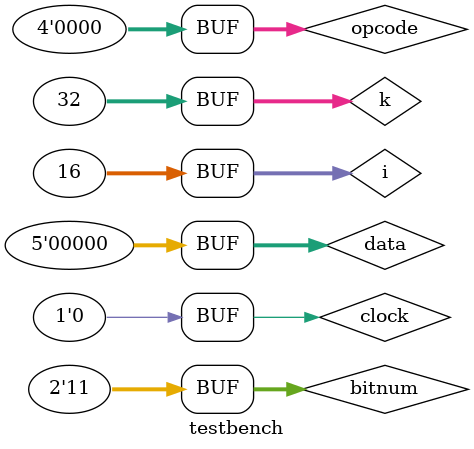
<source format=v>

module testbench;

wire [4:0]q;  
reg [4:0]data;
reg [1:0]bitnum;
reg [3:0]opcode; 
reg reset,clock;
integer i = 0;
integer k = 0;
 
barrelshift U1(.Q(q), .D(data), .S(bitnum), .Op(opcode), .Reset(reset), .clk(clock)); 

initial 
  begin  
  data=5'b00000; opcode=4'b0000;
  for(k=0;k<32;k=k+1)
  begin
  bitnum=2'b01;
  #5; clock=1;
  #5; clock=0;
  for(i=0;i<16;i=i+1)
    begin 
      	#5; clock=1;
     	#5; opcode = opcode + 4'b0001;
      	#5; clock=0;
    end
  #5; bitnum=2'b10;
  for(i=0;i<16;i=i+1)
    begin
      	#5; clock=1;
      	#5; opcode = opcode + 4'b0001;
      	#5; clock=0;
    end  
  #5; bitnum=2'b11;
  for(i=0;i<16;i=i+1)
    begin
      	#5; clock=1;
      	#5; opcode = opcode + 4'b0001;
      	#5; clock=0;
    end
  #20;
  data= data + 5'b00001; 
  end 
  end

endmodule
</source>
